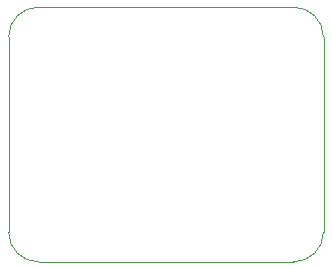
<source format=gbr>
%TF.GenerationSoftware,KiCad,Pcbnew,(5.1.12)-1*%
%TF.CreationDate,2022-01-29T13:47:59+00:00*%
%TF.ProjectId,RGBtoHDMI CDTV v2 - Mouse and Joystick Adapter - FFC Extender,52474274-6f48-4444-9d49-204344545620,rev?*%
%TF.SameCoordinates,Original*%
%TF.FileFunction,Profile,NP*%
%FSLAX46Y46*%
G04 Gerber Fmt 4.6, Leading zero omitted, Abs format (unit mm)*
G04 Created by KiCad (PCBNEW (5.1.12)-1) date 2022-01-29 13:47:59*
%MOMM*%
%LPD*%
G01*
G04 APERTURE LIST*
%TA.AperFunction,Profile*%
%ADD10C,0.100000*%
%TD*%
G04 APERTURE END LIST*
D10*
X147320000Y-76200000D02*
G75*
G02*
X144780000Y-73660000I0J2540000D01*
G01*
X171450000Y-73660000D02*
G75*
G02*
X168910000Y-76200000I-2540000J0D01*
G01*
X168910000Y-54610000D02*
G75*
G02*
X171450000Y-57150000I0J-2540000D01*
G01*
X144780000Y-57150000D02*
G75*
G02*
X147320000Y-54610000I2540000J0D01*
G01*
X144780000Y-73660000D02*
X144780000Y-57150000D01*
X168910000Y-76200000D02*
X147320000Y-76200000D01*
X171450000Y-57150000D02*
X171450000Y-73660000D01*
X147320000Y-54610000D02*
X168910000Y-54610000D01*
M02*

</source>
